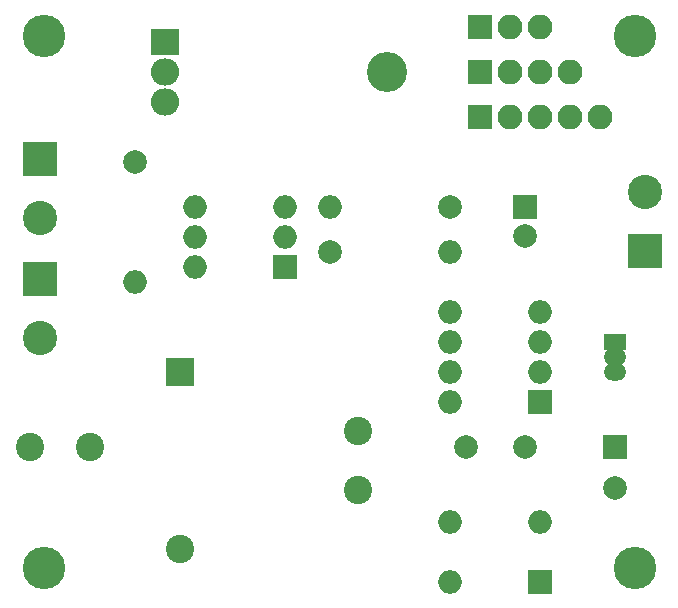
<source format=gts>
G04 #@! TF.GenerationSoftware,KiCad,Pcbnew,5.0.0+dfsg1-2~bpo9+1*
G04 #@! TF.CreationDate,2018-10-31T22:12:09+01:00*
G04 #@! TF.ProjectId,minipid,6D696E697069642E6B696361645F7063,rev?*
G04 #@! TF.SameCoordinates,Original*
G04 #@! TF.FileFunction,Soldermask,Top*
G04 #@! TF.FilePolarity,Negative*
%FSLAX46Y46*%
G04 Gerber Fmt 4.6, Leading zero omitted, Abs format (unit mm)*
G04 Created by KiCad (PCBNEW 5.0.0+dfsg1-2~bpo9+1) date Wed Oct 31 22:12:09 2018*
%MOMM*%
%LPD*%
G01*
G04 APERTURE LIST*
%ADD10C,2.400000*%
%ADD11R,2.400000X2.400000*%
%ADD12C,3.400000*%
%ADD13O,2.000000X2.000000*%
%ADD14R,2.000000X2.000000*%
%ADD15R,2.400000X2.305000*%
%ADD16O,2.400000X2.305000*%
%ADD17O,1.900000X1.450000*%
%ADD18R,1.900000X1.450000*%
%ADD19C,2.000000*%
%ADD20C,3.600000*%
%ADD21R,2.900000X2.900000*%
%ADD22C,2.900000*%
%ADD23R,2.100000X2.100000*%
%ADD24O,2.100000X2.100000*%
G04 APERTURE END LIST*
D10*
G04 #@! TO.C,TR1*
X81510000Y-128410000D03*
X81510000Y-133410000D03*
X66510000Y-138410000D03*
D11*
X66510000Y-123410000D03*
G04 #@! TD*
D12*
G04 #@! TO.C,HS1*
X84036000Y-98010000D03*
G04 #@! TD*
D13*
G04 #@! TO.C,D1*
X89370000Y-141190000D03*
X96990000Y-136110000D03*
X89370000Y-136110000D03*
D14*
X96990000Y-141190000D03*
G04 #@! TD*
D15*
G04 #@! TO.C,D2*
X65240000Y-95470000D03*
D16*
X65240000Y-98010000D03*
X65240000Y-100550000D03*
G04 #@! TD*
D17*
G04 #@! TO.C,U2*
X103340000Y-122140000D03*
X103340000Y-123410000D03*
D18*
X103340000Y-120870000D03*
G04 #@! TD*
D14*
G04 #@! TO.C,U3*
X75400000Y-114520000D03*
D13*
X67780000Y-109440000D03*
X75400000Y-111980000D03*
X67780000Y-111980000D03*
X75400000Y-109440000D03*
X67780000Y-114520000D03*
G04 #@! TD*
D14*
G04 #@! TO.C,U1*
X96990000Y-125950000D03*
D13*
X89370000Y-118330000D03*
X96990000Y-123410000D03*
X89370000Y-120870000D03*
X96990000Y-120870000D03*
X89370000Y-123410000D03*
X96990000Y-118330000D03*
X89370000Y-125950000D03*
G04 #@! TD*
D14*
G04 #@! TO.C,C3*
X95720000Y-109440000D03*
D19*
X95720000Y-111940000D03*
G04 #@! TD*
D14*
G04 #@! TO.C,C2*
X103340000Y-129760000D03*
D19*
X103340000Y-133260000D03*
G04 #@! TD*
G04 #@! TO.C,C1*
X90720000Y-129760000D03*
X95720000Y-129760000D03*
G04 #@! TD*
D13*
G04 #@! TO.C,R1*
X89370000Y-113250000D03*
D19*
X79210000Y-113250000D03*
G04 #@! TD*
G04 #@! TO.C,R3*
X89370000Y-109440000D03*
D13*
X79210000Y-109440000D03*
G04 #@! TD*
D20*
G04 #@! TO.C,MH3*
X105000000Y-140000000D03*
G04 #@! TD*
G04 #@! TO.C,MH2*
X55000000Y-95000000D03*
G04 #@! TD*
G04 #@! TO.C,MH1*
X55000000Y-140000000D03*
G04 #@! TD*
D21*
G04 #@! TO.C,J1*
X54610000Y-115570000D03*
D22*
X54610000Y-120570000D03*
G04 #@! TD*
G04 #@! TO.C,J2*
X54610000Y-110410000D03*
D21*
X54610000Y-105410000D03*
G04 #@! TD*
G04 #@! TO.C,J3*
X105880000Y-113170000D03*
D22*
X105880000Y-108170000D03*
G04 #@! TD*
D23*
G04 #@! TO.C,J4*
X91910000Y-101820000D03*
D24*
X94450000Y-101820000D03*
X96990000Y-101820000D03*
X99530000Y-101820000D03*
X102070000Y-101820000D03*
G04 #@! TD*
D23*
G04 #@! TO.C,J5*
X91910000Y-98010000D03*
D24*
X94450000Y-98010000D03*
X96990000Y-98010000D03*
X99530000Y-98010000D03*
G04 #@! TD*
D23*
G04 #@! TO.C,J6*
X91910000Y-94200000D03*
D24*
X94450000Y-94200000D03*
X96990000Y-94200000D03*
G04 #@! TD*
D10*
G04 #@! TO.C,F1*
X53810000Y-129760000D03*
X58890000Y-129770000D03*
G04 #@! TD*
D19*
G04 #@! TO.C,R2*
X62700000Y-105630000D03*
D13*
X62700000Y-115790000D03*
G04 #@! TD*
D20*
G04 #@! TO.C,MH4*
X105000000Y-95000000D03*
G04 #@! TD*
M02*

</source>
